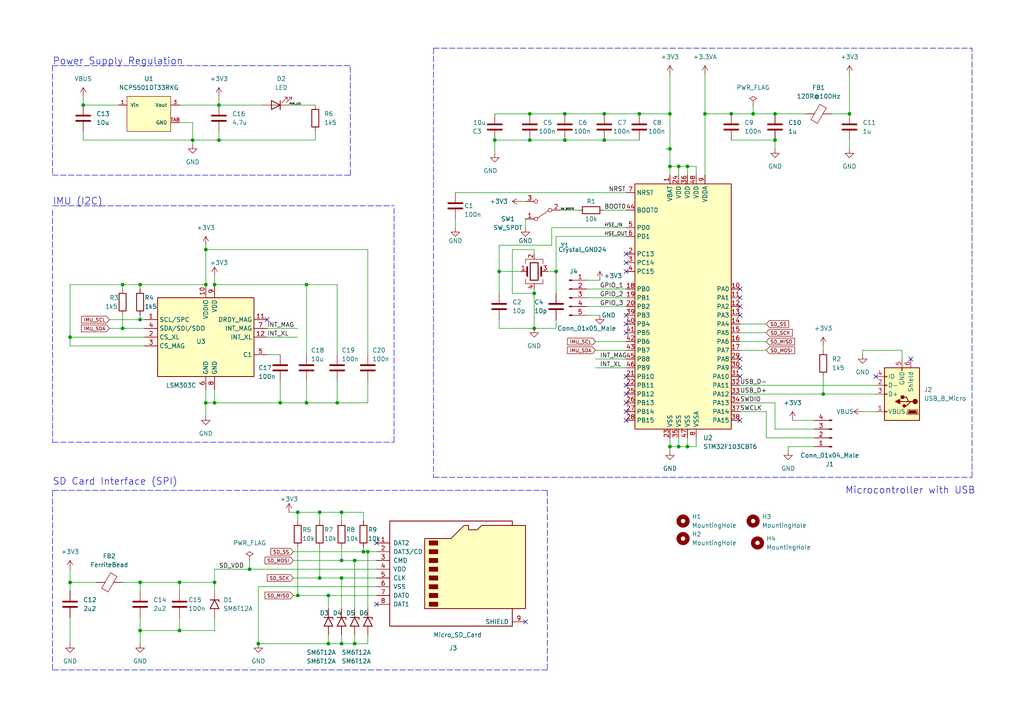
<source format=kicad_sch>
(kicad_sch (version 20211123) (generator eeschema)
  (paper "A4")
  (title_block (title "STM32 Devboard With On-Board IMU and SD Card Interface") (date "2022-03-25") (rev "0.1") (company "jesh"))
  (lib_symbols
    (symbol "3.3V_LDO_NCP5501DT33RKG:NCP5501DT33RKG" (pin_names (offset 1.016))
      (property "Reference" "U1" (at 11.43 7.62 0))
      (property "Value" "NCP5501DT33RKG" (at 11.43 5.08 0))
      (symbol "NCP5501DT33RKG_1_1"
        (pin power_in line (at 2.54 0 0) (length 2.54) (name "Vin") (number "1"))
        (pin power_out line (at 20.32 0 180) (length 2.54) (name "Vout") (number "3"))
        (pin power_in line (at 20.32 -5.08 180) (length 2.54) (name "GND") (number "TAB"))
      )
    )
    (symbol "Connector:Conn_01x04_Male" (pin_names (offset 1.016) hide)
      (property "Reference" "J" (at 0 5.08 0))
      (property "Value" "Conn_01x04_Male" (at 0 -7.62 0))
      (symbol "Conn_01x04_Male_1_1"
        (pin passive line (at 5.08 2.54 180) (length 3.81) (name "Pin_1") (number "1"))
        (pin passive line (at 5.08 0 180) (length 3.81) (name "Pin_2") (number "2"))
        (pin passive line (at 5.08 -2.54 180) (length 3.81) (name "Pin_3") (number "3"))
        (pin passive line (at 5.08 -5.08 180) (length 3.81) (name "Pin_4") (number "4"))
      )
    )
    (symbol "Connector:Conn_01x05_Male" (pin_names (offset 1.016) hide)
      (property "Reference" "J" (at 0 7.62 0))
      (property "Value" "Conn_01x05_Male" (at 0 -7.62 0))
      (symbol "Conn_01x05_Male_1_1"
        (pin passive line (at 5.08 5.08 180) (length 3.81) (name "Pin_1") (number "1"))
        (pin passive line (at 5.08 2.54 180) (length 3.81) (name "Pin_2") (number "2"))
        (pin passive line (at 5.08 0 180) (length 3.81) (name "Pin_3") (number "3"))
        (pin passive line (at 5.08 -2.54 180) (length 3.81) (name "Pin_4") (number "4"))
        (pin passive line (at 5.08 -5.08 180) (length 3.81) (name "Pin_5") (number "5"))
      )
    )
    (symbol "Connector:Micro_SD_Card" (pin_names (offset 1.016))
      (property "Reference" "J" (at -16.51 15.24 0))
      (property "Value" "Micro_SD_Card" (at 16.51 15.24 0))
      (symbol "Micro_SD_Card_1_1"
        (pin bidirectional line (at -22.86 7.62 0) (length 3.81) (name "DAT2") (number "1"))
        (pin bidirectional line (at -22.86 5.08 0) (length 3.81) (name "DAT3/CD") (number "2"))
        (pin input line (at -22.86 2.54 0) (length 3.81) (name "CMD") (number "3"))
        (pin power_in line (at -22.86 0 0) (length 3.81) (name "VDD") (number "4"))
        (pin input line (at -22.86 -2.54 0) (length 3.81) (name "CLK") (number "5"))
        (pin power_in line (at -22.86 -5.08 0) (length 3.81) (name "VSS") (number "6"))
        (pin bidirectional line (at -22.86 -7.62 0) (length 3.81) (name "DAT0") (number "7"))
        (pin bidirectional line (at -22.86 -10.16 0) (length 3.81) (name "DAT1") (number "8"))
        (pin passive line (at 20.32 -15.24 180) (length 3.81) (name "SHIELD") (number "9"))
      )
    )
    (symbol "Connector:USB_B_Micro" (pin_names (offset 1.016))
      (property "Reference" "J" (at -5.08 11.43 0))
      (property "Value" "USB_B_Micro" (at -5.08 8.89 0))
      (symbol "USB_B_Micro_1_1"
        (pin power_out line (at 7.62 5.08 180) (length 2.54) (name "VBUS") (number "1"))
        (pin bidirectional line (at 7.62 -2.54 180) (length 2.54) (name "D-") (number "2"))
        (pin bidirectional line (at 7.62 0 180) (length 2.54) (name "D+") (number "3"))
        (pin passive line (at 7.62 -5.08 180) (length 2.54) (name "ID") (number "4"))
        (pin power_out line (at 0 -10.16 90) (length 2.54) (name "GND") (number "5"))
        (pin passive line (at -2.54 -10.16 90) (length 2.54) (name "Shield") (number "6"))
      )
    )
    (symbol "Device:C" (pin_numbers hide) (pin_names (offset 0.254))
      (property "Reference" "C" (at 0.635 2.54 0))
      (property "Value" "C" (at 0.635 -2.54 0))
      (symbol "C_1_1"
        (pin passive line (at 0 3.81 270) (length 2.794) (name "~") (number "1"))
        (pin passive line (at 0 -3.81 90) (length 2.794) (name "~") (number "2"))
      )
    )
    (symbol "Device:Crystal_GND24" (pin_names (offset 1.016) hide)
      (property "Reference" "Y" (at 3.175 5.08 0))
      (property "Value" "Crystal_GND24" (at 3.175 3.175 0))
      (symbol "Crystal_GND24_1_1"
        (pin passive line (at -3.81 0 0) (length 1.27) (name "1") (number "1"))
        (pin passive line (at 0 5.08 270) (length 1.27) (name "2") (number "2"))
        (pin passive line (at 3.81 0 180) (length 1.27) (name "3") (number "3"))
        (pin passive line (at 0 -5.08 90) (length 1.27) (name "4") (number "4"))
      )
    )
    (symbol "Device:FerriteBead" (pin_numbers hide) (pin_names (offset 0))
      (property "Reference" "FB" (at -3.81 0.635 90))
      (property "Value" "FerriteBead" (at 3.81 0 90))
      (symbol "FerriteBead_1_1"
        (pin passive line (at 0 3.81 270) (length 2.54) (name "~") (number "1"))
        (pin passive line (at 0 -3.81 90) (length 2.54) (name "~") (number "2"))
      )
    )
    (symbol "Device:LED" (pin_numbers hide) (pin_names (offset 1.016) hide)
      (property "Reference" "D" (at 0 2.54 0))
      (property "Value" "LED" (at 0 -2.54 0))
      (symbol "LED_1_1"
        (pin passive line (at -3.81 0 0) (length 2.54) (name "K") (number "1"))
        (pin passive line (at 3.81 0 180) (length 2.54) (name "A") (number "2"))
      )
    )
    (symbol "Device:R" (pin_numbers hide) (pin_names (offset 0))
      (property "Reference" "R" (at 2.032 0 90))
      (property "Value" "R" (at 0 0 90))
      (symbol "R_1_1"
        (pin passive line (at 0 3.81 270) (length 1.27) (name "~") (number "1"))
        (pin passive line (at 0 -3.81 90) (length 1.27) (name "~") (number "2"))
      )
    )
    (symbol "Diode:SM6T12A" (pin_numbers hide) (pin_names (offset 1.016) hide)
      (property "Reference" "D" (at 0 2.54 0))
      (property "Value" "SM6T12A" (at 0 -2.54 0))
      (symbol "SM6T12A_1_1"
        (pin passive line (at -3.81 0 0) (length 2.54) (name "A1") (number "1"))
        (pin passive line (at 3.81 0 180) (length 2.54) (name "A2") (number "2"))
      )
    )
    (symbol "MCU_ST_STM32F1:STM32F103CBTx"
      (property "Reference" "U" (at -15.24 36.83 0))
      (property "Value" "STM32F103CBTx" (at 7.62 36.83 0))
      (symbol "STM32F103CBTx_1_1"
        (pin power_in line (at -5.08 38.1 270) (length 2.54) (name "VBAT") (number "1"))
        (pin bidirectional line (at 15.24 5.08 180) (length 2.54) (name "PA0") (number "10"))
        (pin bidirectional line (at 15.24 2.54 180) (length 2.54) (name "PA1") (number "11"))
        (pin bidirectional line (at 15.24 0 180) (length 2.54) (name "PA2") (number "12"))
        (pin bidirectional line (at 15.24 -2.54 180) (length 2.54) (name "PA3") (number "13"))
        (pin bidirectional line (at 15.24 -5.08 180) (length 2.54) (name "PA4") (number "14"))
        (pin bidirectional line (at 15.24 -7.62 180) (length 2.54) (name "PA5") (number "15"))
        (pin bidirectional line (at 15.24 -10.16 180) (length 2.54) (name "PA6") (number "16"))
        (pin bidirectional line (at 15.24 -12.7 180) (length 2.54) (name "PA7") (number "17"))
        (pin bidirectional line (at -17.78 5.08 0) (length 2.54) (name "PB0") (number "18"))
        (pin bidirectional line (at -17.78 2.54 0) (length 2.54) (name "PB1") (number "19"))
        (pin bidirectional line (at -17.78 15.24 0) (length 2.54) (name "PC13") (number "2"))
        (pin bidirectional line (at -17.78 0 0) (length 2.54) (name "PB2") (number "20"))
        (pin bidirectional line (at -17.78 -20.32 0) (length 2.54) (name "PB10") (number "21"))
        (pin bidirectional line (at -17.78 -22.86 0) (length 2.54) (name "PB11") (number "22"))
        (pin power_in line (at -5.08 -38.1 90) (length 2.54) (name "VSS") (number "23"))
        (pin power_in line (at -2.54 38.1 270) (length 2.54) (name "VDD") (number "24"))
        (pin bidirectional line (at -17.78 -25.4 0) (length 2.54) (name "PB12") (number "25"))
        (pin bidirectional line (at -17.78 -27.94 0) (length 2.54) (name "PB13") (number "26"))
        (pin bidirectional line (at -17.78 -30.48 0) (length 2.54) (name "PB14") (number "27"))
        (pin bidirectional line (at -17.78 -33.02 0) (length 2.54) (name "PB15") (number "28"))
        (pin bidirectional line (at 15.24 -15.24 180) (length 2.54) (name "PA8") (number "29"))
        (pin bidirectional line (at -17.78 12.7 0) (length 2.54) (name "PC14") (number "3"))
        (pin bidirectional line (at 15.24 -17.78 180) (length 2.54) (name "PA9") (number "30"))
        (pin bidirectional line (at 15.24 -20.32 180) (length 2.54) (name "PA10") (number "31"))
        (pin bidirectional line (at 15.24 -22.86 180) (length 2.54) (name "PA11") (number "32"))
        (pin bidirectional line (at 15.24 -25.4 180) (length 2.54) (name "PA12") (number "33"))
        (pin bidirectional line (at 15.24 -27.94 180) (length 2.54) (name "PA13") (number "34"))
        (pin power_in line (at -2.54 -38.1 90) (length 2.54) (name "VSS") (number "35"))
        (pin power_in line (at 0 38.1 270) (length 2.54) (name "VDD") (number "36"))
        (pin bidirectional line (at 15.24 -30.48 180) (length 2.54) (name "PA14") (number "37"))
        (pin bidirectional line (at 15.24 -33.02 180) (length 2.54) (name "PA15") (number "38"))
        (pin bidirectional line (at -17.78 -2.54 0) (length 2.54) (name "PB3") (number "39"))
        (pin bidirectional line (at -17.78 10.16 0) (length 2.54) (name "PC15") (number "4"))
        (pin bidirectional line (at -17.78 -5.08 0) (length 2.54) (name "PB4") (number "40"))
        (pin bidirectional line (at -17.78 -7.62 0) (length 2.54) (name "PB5") (number "41"))
        (pin bidirectional line (at -17.78 -10.16 0) (length 2.54) (name "PB6") (number "42"))
        (pin bidirectional line (at -17.78 -12.7 0) (length 2.54) (name "PB7") (number "43"))
        (pin input line (at -17.78 27.94 0) (length 2.54) (name "BOOT0") (number "44"))
        (pin bidirectional line (at -17.78 -15.24 0) (length 2.54) (name "PB8") (number "45"))
        (pin bidirectional line (at -17.78 -17.78 0) (length 2.54) (name "PB9") (number "46"))
        (pin power_in line (at 0 -38.1 90) (length 2.54) (name "VSS") (number "47"))
        (pin power_in line (at 2.54 38.1 270) (length 2.54) (name "VDD") (number "48"))
        (pin input line (at -17.78 22.86 0) (length 2.54) (name "PD0") (number "5"))
        (pin input line (at -17.78 20.32 0) (length 2.54) (name "PD1") (number "6"))
        (pin input line (at -17.78 33.02 0) (length 2.54) (name "NRST") (number "7"))
        (pin power_in line (at 2.54 -38.1 90) (length 2.54) (name "VSSA") (number "8"))
        (pin power_in line (at 5.08 38.1 270) (length 2.54) (name "VDDA") (number "9"))
      )
    )
    (symbol "Mechanical:MountingHole" (pin_names (offset 1.016))
      (property "Reference" "H" (at 0 5.08 0))
      (property "Value" "MountingHole" (at 0 3.175 0))
    )
    (symbol "Sensor_Motion:LSM303C"
      (property "Reference" "U" (at -11.43 15.24 0))
      (property "Value" "LSM303C" (at -5.08 13.97 0))
      (symbol "LSM303C_1_1"
        (pin output line (at -17.78 5.08 0) (length 3.81) (name "SCL/SPC") (number "1"))
        (pin power_in line (at 0 15.24 270) (length 3.81) (name "VDDIO") (number "10"))
        (pin output line (at 17.78 5.08 180) (length 3.81) (name "DRDY_MAG") (number "11"))
        (pin output line (at 17.78 0 180) (length 3.81) (name "INT_XL") (number "12"))
        (pin input line (at -17.78 0 0) (length 3.81) (name "CS_XL") (number "2"))
        (pin input line (at -17.78 -2.54 0) (length 3.81) (name "CS_MAG") (number "3"))
        (pin bidirectional line (at -17.78 2.54 0) (length 3.81) (name "SDA/SDI/SDO") (number "4"))
        (pin passive line (at 17.78 -5.08 180) (length 3.81) (name "C1") (number "5"))
        (pin power_in line (at 0 -15.24 90) (length 3.81) (name "GND") (number "6"))
        (pin output line (at 17.78 2.54 180) (length 3.81) (name "INT_MAG") (number "7"))
        (pin power_in line (at 2.54 -15.24 90) (length 3.81) (name "GND") (number "8"))
        (pin power_in line (at 2.54 15.24 270) (length 3.81) (name "VDD") (number "9"))
      )
    )
    (symbol "Switch:SW_SPDT" (pin_names (offset 0) hide)
      (property "Reference" "SW" (at 0 4.318 0))
      (property "Value" "SW_SPDT" (at 0 -5.08 0))
      (symbol "SW_SPDT_1_1"
        (pin passive line (at 5.08 2.54 180) (length 2.54) (name "A") (number "1"))
        (pin passive line (at -5.08 0 0) (length 2.54) (name "B") (number "2"))
        (pin passive line (at 5.08 -2.54 180) (length 2.54) (name "C") (number "3"))
      )
    )
    (symbol "power:+3.3V" (power) (pin_names (offset 0))
      (property "Value" "+3.3V" (at 0 3.556 0))
      (symbol "+3.3V_1_1"
        (pin power_in line (at 0 0 90) (length 0) hide (name "+3V3") (number "1"))
      )
    )
    (symbol "power:+3.3VA" (power) (pin_names (offset 0))
      (property "Value" "+3.3VA" (at 0 3.556 0))
      (symbol "+3.3VA_1_1"
        (pin power_in line (at 0 0 90) (length 0) hide (name "+3.3VA") (number "1"))
      )
    )
    (symbol "power:GND" (power) (pin_names (offset 0))
      (property "Value" "GND" (at 0 -3.81 0))
      (symbol "GND_1_1"
        (pin power_in line (at 0 0 270) (length 0) hide (name "GND") (number "1"))
      )
    )
    (symbol "power:PWR_FLAG" (power) (pin_numbers hide) (pin_names (offset 0) hide)
      (property "Value" "PWR_FLAG" (at 0 3.81 0))
      (symbol "PWR_FLAG_0_0"
        (pin power_out line (at 0 0 90) (length 0) (name "pwr") (number "1"))
      )
    )
    (symbol "power:VBUS" (power) (pin_names (offset 0))
      (property "Value" "VBUS" (at 0 3.81 0))
      (symbol "VBUS_1_1"
        (pin power_in line (at 0 0 90) (length 0) hide (name "VBUS") (number "1"))
      )
    )
  )
  (junction (at 20.32 168.91))
  (junction (at 238.76 114.3))
  (junction (at 204.47 33.02))
  (junction (at 59.69 72.39))
  (junction (at 194.31 43.18))
  (junction (at 196.85 48.26))
  (junction (at 143.51 40.64))
  (junction (at 62.23 82.55))
  (junction (at 88.9 82.55))
  (junction (at 154.94 95.25))
  (junction (at 97.79 116.84))
  (junction (at 63.5 40.64))
  (junction (at 59.69 116.84))
  (junction (at 224.79 40.64))
  (junction (at 102.87 186.69))
  (junction (at 40.64 92.71))
  (junction (at 153.67 40.64))
  (junction (at 40.64 182.88))
  (junction (at 185.42 33.02))
  (junction (at 63.5 30.48))
  (junction (at 161.29 78.74))
  (junction (at 99.06 148.59))
  (junction (at 92.71 167.64))
  (junction (at 40.64 168.91))
  (junction (at 106.68 160.02))
  (junction (at 212.09 33.02))
  (junction (at 196.85 129.54))
  (junction (at 105.41 160.02))
  (junction (at 88.9 116.84))
  (junction (at 246.38 33.02))
  (junction (at 20.32 97.79))
  (junction (at 154.94 85.09))
  (junction (at 40.64 82.55))
  (junction (at 95.25 172.72))
  (junction (at 194.31 48.26))
  (junction (at 163.83 33.02))
  (junction (at 72.39 165.1))
  (junction (at 52.07 182.88))
  (junction (at 224.79 33.02))
  (junction (at 194.31 129.54))
  (junction (at 102.87 162.56))
  (junction (at 55.88 40.64))
  (junction (at 153.67 33.02))
  (junction (at 52.07 168.91))
  (junction (at 24.13 30.48))
  (junction (at 74.93 186.69))
  (junction (at 175.26 40.64))
  (junction (at 86.36 148.59))
  (junction (at 99.06 167.64))
  (junction (at 35.56 82.55))
  (junction (at 86.36 172.72))
  (junction (at 35.56 95.25))
  (junction (at 99.06 186.69))
  (junction (at 81.28 116.84))
  (junction (at 62.23 116.84))
  (junction (at 99.06 162.56))
  (junction (at 62.23 168.91))
  (junction (at 194.31 33.02))
  (junction (at 218.44 33.02))
  (junction (at 175.26 33.02))
  (junction (at 59.69 82.55))
  (junction (at 95.25 186.69))
  (junction (at 163.83 40.64))
  (junction (at 199.39 48.26))
  (junction (at 144.78 78.74))
  (junction (at 92.71 148.59))
  (junction (at 199.39 129.54))
  (no_connect (at 181.61 111.76))
  (no_connect (at 181.61 76.2))
  (no_connect (at 181.61 91.44))
  (no_connect (at 152.4 180.34))
  (no_connect (at 214.63 86.36))
  (no_connect (at 181.61 73.66))
  (no_connect (at 181.61 78.74))
  (no_connect (at 214.63 83.82))
  (no_connect (at 181.61 93.98))
  (no_connect (at 214.63 91.44))
  (no_connect (at 181.61 121.92))
  (no_connect (at 181.61 114.3))
  (no_connect (at 77.47 92.71))
  (no_connect (at 181.61 116.84))
  (no_connect (at 214.63 106.68))
  (no_connect (at 181.61 96.52))
  (no_connect (at 181.61 119.38))
  (no_connect (at 181.61 109.22))
  (no_connect (at 254 109.22))
  (no_connect (at 214.63 109.22))
  (no_connect (at 109.22 175.26))
  (no_connect (at 214.63 88.9))
  (no_connect (at 214.63 121.92))
  (no_connect (at 214.63 104.14))
  (no_connect (at 264.16 104.14))
  (no_connect (at 109.22 157.48))
  (wire (pts (xy 161.29 85.09) (xy 161.29 78.74)))
  (wire (pts (xy 59.69 72.39) (xy 106.68 72.39)))
  (wire (pts (xy 154.94 85.09) (xy 154.94 83.82)))
  (polyline (pts (xy 158.75 194.31) (xy 15.24 194.31)))
  (wire (pts (xy 152.4 58.42) (xy 151.13 58.42)))
  (wire (pts (xy 132.08 55.88) (xy 181.61 55.88)))
  (wire (pts (xy 62.23 168.91) (xy 62.23 165.1)))
  (wire (pts (xy 40.64 82.55) (xy 40.64 83.82)))
  (wire (pts (xy 222.25 127) (xy 222.25 119.38)))
  (wire (pts (xy 24.13 38.1) (xy 24.13 40.64)))
  (wire (pts (xy 102.87 162.56) (xy 109.22 162.56)))
  (wire (pts (xy 88.9 82.55) (xy 97.79 82.55)))
  (wire (pts (xy 105.41 151.13) (xy 105.41 148.59)))
  (wire (pts (xy 163.83 33.02) (xy 175.26 33.02)))
  (wire (pts (xy 86.36 148.59) (xy 86.36 151.13)))
  (wire (pts (xy 224.79 33.02) (xy 233.68 33.02)))
  (wire (pts (xy 160.02 66.04) (xy 160.02 71.12)))
  (wire (pts (xy 20.32 97.79) (xy 20.32 82.55)))
  (wire (pts (xy 175.26 40.64) (xy 185.42 40.64)))
  (wire (pts (xy 158.75 78.74) (xy 161.29 78.74)))
  (wire (pts (xy 105.41 160.02) (xy 106.68 160.02)))
  (wire (pts (xy 212.09 33.02) (xy 218.44 33.02)))
  (polyline (pts (xy 158.75 142.24) (xy 158.75 194.31)))
  (wire (pts (xy 214.63 96.52) (xy 222.25 96.52)))
  (wire (pts (xy 154.94 85.09) (xy 154.94 95.25)))
  (wire (pts (xy 95.25 172.72) (xy 109.22 172.72)))
  (wire (pts (xy 175.26 33.02) (xy 185.42 33.02)))
  (wire (pts (xy 153.67 33.02) (xy 163.83 33.02)))
  (wire (pts (xy 59.69 71.12) (xy 59.69 72.39)))
  (wire (pts (xy 77.47 97.79) (xy 86.36 97.79)))
  (wire (pts (xy 83.82 30.48) (xy 91.44 30.48)))
  (wire (pts (xy 106.68 186.69) (xy 102.87 186.69)))
  (wire (pts (xy 91.44 40.64) (xy 63.5 40.64)))
  (wire (pts (xy 250.19 119.38) (xy 254 119.38)))
  (wire (pts (xy 228.6 129.54) (xy 228.6 130.81)))
  (wire (pts (xy 228.6 129.54) (xy 236.22 129.54)))
  (wire (pts (xy 35.56 168.91) (xy 40.64 168.91)))
  (wire (pts (xy 40.64 168.91) (xy 52.07 168.91)))
  (wire (pts (xy 72.39 165.1) (xy 109.22 165.1)))
  (wire (pts (xy 199.39 127) (xy 199.39 129.54)))
  (wire (pts (xy 81.28 116.84) (xy 62.23 116.84)))
  (wire (pts (xy 214.63 93.98) (xy 222.25 93.98)))
  (wire (pts (xy 52.07 168.91) (xy 52.07 171.45)))
  (wire (pts (xy 196.85 129.54) (xy 194.31 129.54)))
  (wire (pts (xy 85.09 172.72) (xy 86.36 172.72)))
  (wire (pts (xy 172.72 104.14) (xy 181.61 104.14)))
  (wire (pts (xy 52.07 179.07) (xy 52.07 182.88)))
  (wire (pts (xy 236.22 127) (xy 222.25 127)))
  (wire (pts (xy 55.88 40.64) (xy 63.5 40.64)))
  (wire (pts (xy 218.44 33.02) (xy 224.79 33.02)))
  (wire (pts (xy 77.47 95.25) (xy 86.36 95.25)))
  (wire (pts (xy 99.06 176.53) (xy 99.06 167.64)))
  (wire (pts (xy 62.23 168.91) (xy 62.23 171.45)))
  (wire (pts (xy 144.78 95.25) (xy 154.94 95.25)))
  (wire (pts (xy 181.61 66.04) (xy 160.02 66.04)))
  (wire (pts (xy 20.32 168.91) (xy 20.32 171.45)))
  (wire (pts (xy 52.07 168.91) (xy 62.23 168.91)))
  (wire (pts (xy 40.64 82.55) (xy 59.69 82.55)))
  (wire (pts (xy 214.63 114.3) (xy 238.76 114.3)))
  (polyline (pts (xy 15.24 19.05) (xy 15.24 50.8)))
  (wire (pts (xy 144.78 71.12) (xy 144.78 78.74)))
  (wire (pts (xy 62.23 182.88) (xy 52.07 182.88)))
  (wire (pts (xy 92.71 148.59) (xy 92.71 151.13)))
  (wire (pts (xy 194.31 43.18) (xy 194.31 48.26)))
  (wire (pts (xy 160.02 71.12) (xy 144.78 71.12)))
  (wire (pts (xy 20.32 97.79) (xy 41.91 97.79)))
  (wire (pts (xy 153.67 40.64) (xy 163.83 40.64)))
  (wire (pts (xy 199.39 129.54) (xy 196.85 129.54)))
  (wire (pts (xy 144.78 95.25) (xy 144.78 92.71)))
  (wire (pts (xy 99.06 148.59) (xy 99.06 151.13)))
  (wire (pts (xy 199.39 48.26) (xy 199.39 50.8)))
  (polyline (pts (xy 15.24 19.05) (xy 101.6 19.05)))
  (wire (pts (xy 199.39 48.26) (xy 201.93 48.26)))
  (wire (pts (xy 152.4 63.5) (xy 152.4 66.04)))
  (wire (pts (xy 99.06 186.69) (xy 102.87 186.69)))
  (wire (pts (xy 59.69 113.03) (xy 59.69 116.84)))
  (wire (pts (xy 148.59 72.39) (xy 148.59 85.09)))
  (wire (pts (xy 72.39 162.56) (xy 72.39 165.1)))
  (wire (pts (xy 204.47 21.59) (xy 204.47 33.02)))
  (polyline (pts (xy 125.73 13.97) (xy 281.94 13.97)))
  (wire (pts (xy 214.63 101.6) (xy 222.25 101.6)))
  (wire (pts (xy 201.93 129.54) (xy 199.39 129.54)))
  (wire (pts (xy 193.04 43.18) (xy 194.31 43.18)))
  (wire (pts (xy 41.91 100.33) (xy 20.32 100.33)))
  (wire (pts (xy 20.32 168.91) (xy 27.94 168.91)))
  (wire (pts (xy 241.3 33.02) (xy 246.38 33.02)))
  (wire (pts (xy 172.72 106.68) (xy 181.61 106.68)))
  (wire (pts (xy 35.56 91.44) (xy 35.56 95.25)))
  (wire (pts (xy 106.68 72.39) (xy 106.68 102.87)))
  (wire (pts (xy 148.59 85.09) (xy 154.94 85.09)))
  (wire (pts (xy 52.07 35.56) (xy 55.88 35.56)))
  (wire (pts (xy 261.62 101.6) (xy 261.62 104.14)))
  (wire (pts (xy 194.31 48.26) (xy 194.31 50.8)))
  (wire (pts (xy 20.32 179.07) (xy 20.32 186.69)))
  (wire (pts (xy 63.5 30.48) (xy 76.2 30.48)))
  (wire (pts (xy 201.93 127) (xy 201.93 129.54)))
  (polyline (pts (xy 15.24 194.31) (xy 15.24 143.51)))
  (wire (pts (xy 102.87 162.56) (xy 102.87 176.53)))
  (wire (pts (xy 52.07 182.88) (xy 40.64 182.88)))
  (wire (pts (xy 196.85 50.8) (xy 196.85 48.26)))
  (wire (pts (xy 224.79 124.46) (xy 224.79 116.84)))
  (polyline (pts (xy 158.75 142.24) (xy 15.24 142.24)))
  (polyline (pts (xy 15.24 142.24) (xy 15.24 143.51)))
  (wire (pts (xy 144.78 78.74) (xy 151.13 78.74)))
  (wire (pts (xy 35.56 82.55) (xy 40.64 82.55)))
  (wire (pts (xy 85.09 167.64) (xy 92.71 167.64)))
  (wire (pts (xy 224.79 116.84) (xy 214.63 116.84)))
  (wire (pts (xy 20.32 165.1) (xy 20.32 168.91)))
  (polyline (pts (xy 125.73 138.43) (xy 281.94 138.43)))
  (wire (pts (xy 62.23 179.07) (xy 62.23 182.88)))
  (wire (pts (xy 154.94 73.66) (xy 154.94 72.39)))
  (wire (pts (xy 24.13 27.94) (xy 24.13 30.48)))
  (wire (pts (xy 175.26 60.96) (xy 181.61 60.96)))
  (wire (pts (xy 31.75 92.71) (xy 40.64 92.71)))
  (wire (pts (xy 172.72 99.06) (xy 181.61 99.06)))
  (wire (pts (xy 102.87 184.15) (xy 102.87 186.69)))
  (wire (pts (xy 88.9 110.49) (xy 88.9 116.84)))
  (wire (pts (xy 99.06 184.15) (xy 99.06 186.69)))
  (wire (pts (xy 144.78 78.74) (xy 144.78 85.09)))
  (wire (pts (xy 236.22 124.46) (xy 224.79 124.46)))
  (wire (pts (xy 52.07 30.48) (xy 63.5 30.48)))
  (wire (pts (xy 88.9 82.55) (xy 88.9 102.87)))
  (wire (pts (xy 20.32 82.55) (xy 35.56 82.55)))
  (wire (pts (xy 224.79 40.64) (xy 224.79 43.18)))
  (wire (pts (xy 85.09 160.02) (xy 105.41 160.02)))
  (wire (pts (xy 83.82 148.59) (xy 86.36 148.59)))
  (wire (pts (xy 59.69 72.39) (xy 59.69 82.55)))
  (wire (pts (xy 143.51 33.02) (xy 153.67 33.02)))
  (wire (pts (xy 24.13 30.48) (xy 34.29 30.48)))
  (wire (pts (xy 95.25 172.72) (xy 95.25 176.53)))
  (wire (pts (xy 106.68 116.84) (xy 97.79 116.84)))
  (wire (pts (xy 40.64 92.71) (xy 41.91 92.71)))
  (wire (pts (xy 63.5 40.64) (xy 63.5 38.1)))
  (wire (pts (xy 250.19 101.6) (xy 261.62 101.6)))
  (wire (pts (xy 95.25 186.69) (xy 99.06 186.69)))
  (wire (pts (xy 143.51 40.64) (xy 143.51 44.45)))
  (wire (pts (xy 238.76 100.33) (xy 238.76 101.6)))
  (polyline (pts (xy 281.94 138.43) (xy 281.94 13.97)))
  (wire (pts (xy 194.31 33.02) (xy 194.31 43.18)))
  (wire (pts (xy 74.93 170.18) (xy 74.93 186.69)))
  (wire (pts (xy 88.9 116.84) (xy 81.28 116.84)))
  (wire (pts (xy 170.18 88.9) (xy 181.61 88.9)))
  (wire (pts (xy 162.56 60.96) (xy 167.64 60.96)))
  (wire (pts (xy 62.23 113.03) (xy 62.23 116.84)))
  (wire (pts (xy 194.31 129.54) (xy 194.31 130.81)))
  (wire (pts (xy 95.25 184.15) (xy 95.25 186.69)))
  (wire (pts (xy 194.31 21.59) (xy 194.31 33.02)))
  (wire (pts (xy 222.25 119.38) (xy 214.63 119.38)))
  (wire (pts (xy 196.85 48.26) (xy 194.31 48.26)))
  (wire (pts (xy 55.88 40.64) (xy 55.88 41.91)))
  (polyline (pts (xy 125.73 13.97) (xy 125.73 138.43)))
  (polyline (pts (xy 15.24 128.27) (xy 114.3 128.27)))
  (wire (pts (xy 212.09 40.64) (xy 224.79 40.64)))
  (wire (pts (xy 105.41 148.59) (xy 99.06 148.59)))
  (wire (pts (xy 238.76 109.22) (xy 238.76 114.3)))
  (wire (pts (xy 132.08 63.5) (xy 132.08 66.04)))
  (wire (pts (xy 106.68 160.02) (xy 106.68 176.53)))
  (wire (pts (xy 35.56 82.55) (xy 35.56 83.82)))
  (wire (pts (xy 63.5 27.94) (xy 63.5 30.48)))
  (wire (pts (xy 204.47 50.8) (xy 204.47 33.02)))
  (wire (pts (xy 62.23 116.84) (xy 59.69 116.84)))
  (wire (pts (xy 92.71 158.75) (xy 92.71 167.64)))
  (wire (pts (xy 62.23 80.01) (xy 62.23 82.55)))
  (wire (pts (xy 99.06 158.75) (xy 99.06 162.56)))
  (wire (pts (xy 246.38 21.59) (xy 246.38 33.02)))
  (wire (pts (xy 62.23 82.55) (xy 88.9 82.55)))
  (polyline (pts (xy 15.24 50.8) (xy 101.6 50.8)))
  (wire (pts (xy 91.44 38.1) (xy 91.44 40.64)))
  (wire (pts (xy 86.36 172.72) (xy 95.25 172.72)))
  (wire (pts (xy 163.83 40.64) (xy 175.26 40.64)))
  (wire (pts (xy 106.68 184.15) (xy 106.68 186.69)))
  (wire (pts (xy 88.9 116.84) (xy 97.79 116.84)))
  (wire (pts (xy 40.64 168.91) (xy 40.64 171.45)))
  (wire (pts (xy 97.79 110.49) (xy 97.79 116.84)))
  (wire (pts (xy 172.72 101.6) (xy 181.61 101.6)))
  (wire (pts (xy 236.22 121.92) (xy 229.87 121.92)))
  (wire (pts (xy 154.94 95.25) (xy 161.29 95.25)))
  (wire (pts (xy 99.06 167.64) (xy 109.22 167.64)))
  (wire (pts (xy 35.56 95.25) (xy 41.91 95.25)))
  (wire (pts (xy 170.18 83.82) (xy 181.61 83.82)))
  (wire (pts (xy 214.63 99.06) (xy 222.25 99.06)))
  (wire (pts (xy 218.44 30.48) (xy 218.44 33.02)))
  (wire (pts (xy 62.23 165.1) (xy 72.39 165.1)))
  (wire (pts (xy 250.19 102.87) (xy 250.19 101.6)))
  (polyline (pts (xy 15.24 59.69) (xy 114.3 59.69)))
  (wire (pts (xy 59.69 116.84) (xy 59.69 120.65)))
  (wire (pts (xy 74.93 170.18) (xy 109.22 170.18)))
  (wire (pts (xy 238.76 114.3) (xy 254 114.3)))
  (wire (pts (xy 201.93 50.8) (xy 201.93 48.26)))
  (wire (pts (xy 196.85 127) (xy 196.85 129.54)))
  (wire (pts (xy 92.71 167.64) (xy 99.06 167.64)))
  (wire (pts (xy 185.42 33.02) (xy 194.31 33.02)))
  (wire (pts (xy 97.79 82.55) (xy 97.79 102.87)))
  (wire (pts (xy 92.71 148.59) (xy 99.06 148.59)))
  (wire (pts (xy 161.29 68.58) (xy 181.61 68.58)))
  (wire (pts (xy 86.36 158.75) (xy 86.36 172.72)))
  (polyline (pts (xy 15.24 60.96) (xy 15.24 128.27)))
  (wire (pts (xy 106.68 110.49) (xy 106.68 116.84)))
  (wire (pts (xy 77.47 102.87) (xy 81.28 102.87)))
  (wire (pts (xy 40.64 182.88) (xy 40.64 186.69)))
  (wire (pts (xy 24.13 40.64) (xy 55.88 40.64)))
  (wire (pts (xy 20.32 100.33) (xy 20.32 97.79)))
  (wire (pts (xy 105.41 158.75) (xy 105.41 160.02)))
  (wire (pts (xy 170.18 91.44) (xy 173.99 91.44)))
  (polyline (pts (xy 114.3 128.27) (xy 114.3 59.69)))
  (wire (pts (xy 40.64 179.07) (xy 40.64 182.88)))
  (wire (pts (xy 106.68 160.02) (xy 109.22 160.02)))
  (wire (pts (xy 204.47 33.02) (xy 212.09 33.02)))
  (wire (pts (xy 40.64 91.44) (xy 40.64 92.71)))
  (wire (pts (xy 31.75 95.25) (xy 35.56 95.25)))
  (wire (pts (xy 74.93 186.69) (xy 95.25 186.69)))
  (wire (pts (xy 214.63 111.76) (xy 254 111.76)))
  (wire (pts (xy 143.51 40.64) (xy 153.67 40.64)))
  (wire (pts (xy 161.29 95.25) (xy 161.29 92.71)))
  (wire (pts (xy 246.38 40.64) (xy 246.38 43.18)))
  (wire (pts (xy 170.18 81.28) (xy 173.99 81.28)))
  (polyline (pts (xy 101.6 50.8) (xy 101.6 19.05)))
  (wire (pts (xy 196.85 48.26) (xy 199.39 48.26)))
  (wire (pts (xy 55.88 35.56) (xy 55.88 40.64)))
  (wire (pts (xy 81.28 110.49) (xy 81.28 116.84)))
  (wire (pts (xy 194.31 127) (xy 194.31 129.54)))
  (wire (pts (xy 86.36 148.59) (xy 92.71 148.59)))
  (wire (pts (xy 161.29 78.74) (xy 161.29 68.58)))
  (wire (pts (xy 154.94 72.39) (xy 148.59 72.39)))
  (wire (pts (xy 170.18 86.36) (xy 181.61 86.36)))
  (wire (pts (xy 85.09 162.56) (xy 99.06 162.56)))
  (wire (pts (xy 99.06 162.56) (xy 102.87 162.56)))
  (text "Microcontroller with USB" (at 245.11 143.51 0) (effects (font (size 2 2)) (justify left bottom)))
  (text "Power Supply Regulation" (at 15.24 19.05 0) (effects (font (size 2 2)) (justify left bottom)))
  (text "IMU (I2C)" (at 15.24 59.69 0) (effects (font (size 2 2)) (justify left bottom)))
  (text "SD Card Interface (SPI)" (at 15.24 140.97 0) (effects (font (size 2 2)) (justify left bottom)))
  (label "SWDIO" (at 214.63 116.84 0))
  (label "INT_XL" (at 173.99 106.68 0))
  (label "HSE_OUT" (at 175.26 68.58 0) (effects (font (size 1 1))))
  (label "SWCLK" (at 214.63 119.38 0))
  (label "GPIO_1" (at 173.99 83.82 0))
  (label "INT_XL" (at 77.47 97.79 0))
  (label "NRST" (at 176.53 55.88 0))
  (label "SD_VDD" (at 63.5 165.1 0))
  (label "GPIO_3" (at 173.99 88.9 0))
  (label "PWR_LED" (at 83.82 30.48 0) (effects (font (size 0.5 0.5))))
  (label "INT_MAG" (at 173.99 104.14 0))
  (label "INT_MAG" (at 77.47 95.25 0))
  (label "BOOT0" (at 175.26 60.96 0))
  (label "USB_D+" (at 214.63 114.3 0))
  (label "HSE_IN" (at 175.26 66.04 0) (effects (font (size 1 1))))
  (label "USB_D-" (at 214.63 111.76 0))
  (label "SW_BOOT0" (at 162.56 60.96 0) (effects (font (size 0.5 0.5))))
  (label "GPIO_2" (at 173.99 86.36 0))
  (global_label "SD_MOSI" (shape input) (at 85.09 162.56 180) (effects (font (size 1 1))) (property "Intersheet References" "${INTERSHEET_REFS}" (effects hide)))
  (global_label "SD_MISO" (shape input) (at 222.25 99.06 0) (effects (font (size 1 1))) (property "Intersheet References" "${INTERSHEET_REFS}" (effects hide)))
  (global_label "SD_SCK" (shape input) (at 222.25 96.52 0) (effects (font (size 1 1))) (property "Intersheet References" "${INTERSHEET_REFS}" (effects hide)))
  (global_label "IMU_SDA" (shape input) (at 172.72 101.6 180) (effects (font (size 1 1))) (property "Intersheet References" "${INTERSHEET_REFS}" (effects hide)))
  (global_label "IMU_SDA" (shape input) (at 31.75 95.25 180) (effects (font (size 1 1))) (property "Intersheet References" "${INTERSHEET_REFS}" (effects hide)))
  (global_label "SD_MOSI" (shape input) (at 222.25 101.6 0) (effects (font (size 1 1))) (property "Intersheet References" "${INTERSHEET_REFS}" (effects hide)))
  (global_label "SD_SCK" (shape input) (at 85.09 167.64 180) (effects (font (size 1 1))) (property "Intersheet References" "${INTERSHEET_REFS}" (effects hide)))
  (global_label "SD_SS" (shape input) (at 85.09 160.02 180) (effects (font (size 1 1))) (property "Intersheet References" "${INTERSHEET_REFS}" (effects hide)))
  (global_label "IMU_SCL" (shape input) (at 31.75 92.71 180) (effects (font (size 1 1))) (property "Intersheet References" "${INTERSHEET_REFS}" (effects hide)))
  (global_label "SD_MISO" (shape input) (at 85.09 172.72 180) (effects (font (size 1 1))) (property "Intersheet References" "${INTERSHEET_REFS}" (effects hide)))
  (global_label "IMU_SCL" (shape input) (at 172.72 99.06 180) (effects (font (size 1 1))) (property "Intersheet References" "${INTERSHEET_REFS}" (effects hide)))
  (global_label "SD_SS" (shape input) (at 222.25 93.98 0) (effects (font (size 1 1))) (property "Intersheet References" "${INTERSHEET_REFS}" (effects hide)))
  (symbol (lib_id "power:+3.3V") (at 173.99 81.28 0) (unit 1)
    (property "Reference" "#PWR0117" (effects hide))
    (property "Value" "+3.3V" (at 177.8 80.01 0))
  )
  (symbol (lib_id "power:+3.3V") (at 229.87 121.92 0) (unit 1)
    (property "Reference" "#PWR0108" (effects hide))
    (property "Value" "+3.3V" (at 229.87 116.84 0))
  )
  (symbol (lib_id "Device:R") (at 35.56 87.63 0) (unit 1)
    (property "Reference" "R3" (at 31.75 86.36 0) (effects (justify left)))
    (property "Value" "1k5" (at 30.48 88.9 0) (effects (justify left)))
    (property "Footprint" "Resistor_SMD:R_0402_1005Metric" (effects hide))
  )
  (symbol (lib_id "power:GND") (at 40.64 186.69 0) (unit 1)
    (property "Reference" "#PWR04" (effects hide))
    (property "Value" "GND" (at 40.64 191.77 0))
  )
  (symbol (lib_id "power:PWR_FLAG") (at 72.39 162.56 0) (unit 1)
    (property "Reference" "#FLG0101" (effects hide))
    (property "Value" "PWR_FLAG" (at 72.39 157.48 0))
  )
  (symbol (lib_id "power:+3.3V") (at 246.38 21.59 0) (unit 1)
    (property "Reference" "#PWR0105" (effects hide))
    (property "Value" "+3.3V" (at 246.38 16.51 0))
  )
  (symbol (lib_id "MCU_ST_STM32F1:STM32F103CBTx") (at 199.39 88.9 0) (unit 1)
    (property "Reference" "U2" (at 203.9494 127 0) (effects (justify left)))
    (property "Value" "STM32F103CBT6" (at 203.9494 129.54 0) (effects (justify left)))
    (property "Footprint" "Package_QFP:LQFP-48_7x7mm_P0.5mm" (effects hide))
    (property "Datasheet" "http://www.st.com/st-web-ui/static/active/en/resource/technical/document/datasheet/CD00161566.pdf" (effects hide))
  )
  (symbol (lib_id "Device:R") (at 99.06 154.94 0) (unit 1)
    (property "Reference" "R8" (at 100.33 153.67 0) (effects (justify left)))
    (property "Value" "10k" (at 100.33 156.21 0) (effects (justify left)))
    (property "Footprint" "Resistor_SMD:R_0402_1005Metric" (effects hide))
  )
  (symbol (lib_id "power:GND") (at 74.93 186.69 0) (unit 1)
    (property "Reference" "#PWR010" (effects hide))
    (property "Value" "GND" (at 74.93 191.77 0))
  )
  (symbol (lib_id "Device:C") (at 52.07 175.26 0) (unit 1)
    (property "Reference" "C15" (at 54.61 173.99 0) (effects (justify left)))
    (property "Value" "100n" (at 54.61 176.53 0) (effects (justify left)))
    (property "Footprint" "Capacitor_SMD:C_0402_1005Metric" (effects hide))
  )
  (symbol (lib_id "Switch:SW_SPDT") (at 157.48 60.96 180) (unit 1)
    (property "Reference" "SW1" (at 147.32 63.5 0))
    (property "Value" "SW_SPDT" (at 147.32 66.04 0))
    (property "Footprint" "Button_Switch_SMD:SW_SPDT_PCM12" (effects hide))
  )
  (symbol (lib_id "Device:C") (at 63.5 34.29 0) (unit 1)
    (property "Reference" "C16" (at 67.31 33.0199 0) (effects (justify left)))
    (property "Value" "4.7u" (at 67.31 35.5599 0) (effects (justify left)))
    (property "Footprint" "Capacitor_SMD:C_0603_1608Metric" (effects hide))
  )
  (symbol (lib_id "Device:C") (at 144.78 88.9 0) (unit 1)
    (property "Reference" "C2" (at 148.59 87.6299 0) (effects (justify left)))
    (property "Value" "10p" (at 148.59 90.1699 0) (effects (justify left)))
    (property "Footprint" "Capacitor_SMD:C_0402_1005Metric" (effects hide))
  )
  (symbol (lib_id "power:+3.3VA") (at 204.47 21.59 0) (unit 1)
    (property "Reference" "#PWR0104" (effects hide))
    (property "Value" "+3.3VA" (at 204.47 16.51 0))
  )
  (symbol (lib_id "power:+3.3V") (at 83.82 148.59 0) (unit 1)
    (property "Reference" "#PWR011" (effects hide))
    (property "Value" "+3.3V" (at 83.82 144.78 0))
  )
  (symbol (lib_id "power:GND") (at 224.79 43.18 0) (unit 1)
    (property "Reference" "#PWR0102" (effects hide))
    (property "Value" "GND" (at 224.79 48.26 0))
  )
  (symbol (lib_id "power:VBUS") (at 250.19 119.38 90) (unit 1)
    (property "Reference" "#PWR0110" (effects hide))
    (property "Value" "VBUS" (at 245.11 119.38 90))
  )
  (symbol (lib_id "Device:C") (at 153.67 36.83 0) (unit 1)
    (property "Reference" "C5" (at 157.48 35.5599 0) (effects (justify left)))
    (property "Value" "100n" (at 156.21 38.1 0) (effects (justify left)))
    (property "Footprint" "Capacitor_SMD:C_0402_1005Metric" (effects hide))
  )
  (symbol (lib_id "Device:C") (at 246.38 36.83 0) (unit 1)
    (property "Reference" "C11" (at 250.19 35.5599 0) (effects (justify left)))
    (property "Value" "1u" (at 250.19 38.0999 0) (effects (justify left)))
    (property "Footprint" "Capacitor_SMD:C_0402_1005Metric" (effects hide))
  )
  (symbol (lib_id "power:GND") (at 246.38 43.18 0) (unit 1)
    (property "Reference" "#PWR0106" (effects hide))
    (property "Value" "GND" (at 246.38 48.26 0))
  )
  (symbol (lib_id "Device:C") (at 24.13 34.29 0) (unit 1)
    (property "Reference" "C13" (at 27.94 33.0199 0) (effects (justify left)))
    (property "Value" "10u" (at 27.94 35.5599 0) (effects (justify left)))
    (property "Footprint" "Capacitor_SMD:C_0603_1608Metric" (effects hide))
  )
  (symbol (lib_id "power:+3.3V") (at 59.69 71.12 0) (unit 1)
    (property "Reference" "#PWR05" (effects hide))
    (property "Value" "+3.3V" (at 59.69 66.04 0))
  )
  (symbol (lib_id "power:GND") (at 154.94 95.25 0) (unit 1)
    (property "Reference" "#PWR0101" (effects hide))
    (property "Value" "GND" (at 154.94 100.33 0))
  )
  (symbol (lib_id "power:GND") (at 250.19 102.87 0) (unit 1)
    (property "Reference" "#PWR0111" (effects hide))
    (property "Value" "GND" (at 250.19 107.95 0))
  )
  (symbol (lib_id "Diode:SM6T12A") (at 102.87 180.34 270) (unit 1)
    (property "Reference" "D5" (at 100.33 177.8 90) (effects (justify left)))
    (property "Value" "SM6T12A" (at 88.9 191.77 90) (effects (justify left)))
    (property "Footprint" "esd2:Semtech-SLP1006P2-0-0-MFG" (effects hide))
    (property "Datasheet" "https://www.st.com/resource/en/datasheet/sm6t.pdf" (effects hide))
  )
  (symbol (lib_id "Device:C") (at 185.42 36.83 0) (unit 1)
    (property "Reference" "C8" (at 189.23 35.5599 0) (effects (justify left)))
    (property "Value" "100n" (at 187.96 38.1 0) (effects (justify left)))
    (property "Footprint" "Capacitor_SMD:C_0402_1005Metric" (effects hide))
  )
  (symbol (lib_id "Device:R") (at 105.41 154.94 0) (unit 1)
    (property "Reference" "R9" (at 106.68 153.67 0) (effects (justify left)))
    (property "Value" "10k" (at 106.68 156.21 0) (effects (justify left)))
    (property "Footprint" "Resistor_SMD:R_0402_1005Metric" (effects hide))
  )
  (symbol (lib_id "Device:C") (at 224.79 36.83 0) (unit 1)
    (property "Reference" "C10" (at 228.6 35.5599 0) (effects (justify left)))
    (property "Value" "1u" (at 228.6 38.0999 0) (effects (justify left)))
    (property "Footprint" "Capacitor_SMD:C_0402_1005Metric" (effects hide))
  )
  (symbol (lib_id "Device:FerriteBead") (at 237.49 33.02 90) (unit 1)
    (property "Reference" "FB1" (at 237.4392 25.4 90))
    (property "Value" "120R@100Hz" (at 237.4392 27.94 90))
    (property "Footprint" "Inductor_SMD:L_0603_1608Metric" (effects hide))
  )
  (symbol (lib_id "Mechanical:MountingHole") (at 198.12 151.13 0) (unit 1)
    (property "Reference" "H1" (at 200.66 149.8599 0) (effects (justify left)))
    (property "Value" "MountingHole" (at 200.66 152.3999 0) (effects (justify left)))
    (property "Footprint" "MountingHole:MountingHole_2.2mm_M2" (effects hide))
  )
  (symbol (lib_id "power:+3.3V") (at 194.31 21.59 0) (unit 1)
    (property "Reference" "#PWR0103" (effects hide))
    (property "Value" "+3.3V" (at 194.31 16.51 0))
  )
  (symbol (lib_id "power:+3.3V") (at 62.23 80.01 0) (unit 1)
    (property "Reference" "#PWR07" (effects hide))
    (property "Value" "+3.3V" (at 63.5 76.2 0))
  )
  (symbol (lib_id "Diode:SM6T12A") (at 95.25 180.34 270) (unit 1)
    (property "Reference" "D3" (at 92.71 177.8 90) (effects (justify left)))
    (property "Value" "SM6T12A" (at 88.9 189.23 90) (effects (justify left)))
    (property "Footprint" "esd2:Semtech-SLP1006P2-0-0-MFG" (effects hide))
    (property "Datasheet" "https://www.st.com/resource/en/datasheet/sm6t.pdf" (effects hide))
  )
  (symbol (lib_id "power:GND") (at 20.32 186.69 0) (unit 1)
    (property "Reference" "#PWR02" (effects hide))
    (property "Value" "GND" (at 20.32 191.77 0))
  )
  (symbol (lib_id "Device:R") (at 171.45 60.96 90) (unit 1)
    (property "Reference" "R1" (at 171.45 58.42 90))
    (property "Value" "10k" (at 171.45 63.5 90))
    (property "Footprint" "Resistor_SMD:R_0402_1005Metric" (effects hide))
  )
  (symbol (lib_id "power:GND") (at 228.6 130.81 0) (unit 1)
    (property "Reference" "#PWR0107" (effects hide))
    (property "Value" "GND" (at 228.6 135.89 0))
  )
  (symbol (lib_id "Device:C") (at 132.08 59.69 0) (unit 1)
    (property "Reference" "C1" (at 134.62 59.69 0) (effects (justify left)))
    (property "Value" "100n" (at 134.62 62.23 0) (effects (justify left)))
    (property "Footprint" "Capacitor_SMD:C_0402_1005Metric" (effects hide))
  )
  (symbol (lib_id "Device:C") (at 40.64 175.26 0) (unit 1)
    (property "Reference" "C14" (at 44.45 173.9899 0) (effects (justify left)))
    (property "Value" "2u2" (at 44.45 176.5299 0) (effects (justify left)))
    (property "Footprint" "Capacitor_SMD:C_0402_1005Metric" (effects hide))
  )
  (symbol (lib_id "Device:C") (at 81.28 106.68 0) (unit 1)
    (property "Reference" "C17" (at 74.93 106.68 0) (effects (justify left)))
    (property "Value" "100n" (at 74.93 109.22 0) (effects (justify left)))
    (property "Footprint" "Capacitor_SMD:C_0402_1005Metric" (effects hide))
  )
  (symbol (lib_id "Diode:SM6T12A") (at 106.68 180.34 270) (unit 1)
    (property "Reference" "D6" (at 104.14 177.8 90) (effects (justify left)))
    (property "Value" "SM6T12A" (at 99.06 191.77 90) (effects (justify left)))
    (property "Footprint" "esd2:Semtech-SLP1006P2-0-0-MFG" (effects hide))
    (property "Datasheet" "https://www.st.com/resource/en/datasheet/sm6t.pdf" (effects hide))
  )
  (symbol (lib_id "Device:R") (at 40.64 87.63 0) (unit 1)
    (property "Reference" "R4" (at 41.91 86.36 0) (effects (justify left)))
    (property "Value" "1k5" (at 41.91 88.9 0) (effects (justify left)))
    (property "Footprint" "Resistor_SMD:R_0402_1005Metric" (effects hide))
  )
  (symbol (lib_id "Connector:USB_B_Micro") (at 261.62 114.3 180) (unit 1)
    (property "Reference" "J2" (at 267.97 113.0299 0) (effects (justify right)))
    (property "Value" "USB_B_Micro" (at 267.97 115.5699 0) (effects (justify right)))
    (property "Footprint" "Connector_USB:USB_Micro-B_Wuerth_629105150521" (effects hide))
  )
  (symbol (lib_id "Diode:SM6T12A") (at 62.23 175.26 270) (unit 1)
    (property "Reference" "D1" (at 64.77 173.9899 90) (effects (justify left)))
    (property "Value" "SM6T12A" (at 64.77 176.5299 90) (effects (justify left)))
    (property "Footprint" "esd2:Semtech-SLP1006P2-0-0-MFG" (effects hide))
    (property "Datasheet" "https://www.st.com/resource/en/datasheet/sm6t.pdf" (effects hide))
  )
  (symbol (lib_id "Device:C") (at 163.83 36.83 0) (unit 1)
    (property "Reference" "C6" (at 167.64 35.5599 0) (effects (justify left)))
    (property "Value" "100n" (at 166.37 38.1 0) (effects (justify left)))
    (property "Footprint" "Capacitor_SMD:C_0402_1005Metric" (effects hide))
  )
  (symbol (lib_id "Device:C") (at 161.29 88.9 0) (unit 1)
    (property "Reference" "C4" (at 154.94 87.63 0) (effects (justify left)))
    (property "Value" "10p" (at 154.94 90.17 0) (effects (justify left)))
    (property "Footprint" "Capacitor_SMD:C_0402_1005Metric" (effects hide))
  )
  (symbol (lib_id "Device:R") (at 92.71 154.94 0) (unit 1)
    (property "Reference" "R7" (at 93.98 153.67 0) (effects (justify left)))
    (property "Value" "10k" (at 93.98 156.21 0) (effects (justify left)))
    (property "Footprint" "Resistor_SMD:R_0402_1005Metric" (effects hide))
  )
  (symbol (lib_id "Device:C") (at 88.9 106.68 0) (unit 1)
    (property "Reference" "C18" (at 90.17 101.6 0) (effects (justify left)))
    (property "Value" "10u" (at 90.17 104.14 0) (effects (justify left)))
    (property "Footprint" "Capacitor_SMD:C_0603_1608Metric" (effects hide))
  )
  (symbol (lib_id "power:GND") (at 132.08 66.04 0) (unit 1)
    (property "Reference" "#PWR0113" (effects hide))
    (property "Value" "GND" (at 132.08 69.85 0))
  )
  (symbol (lib_id "power:GND") (at 55.88 41.91 0) (unit 1)
    (property "Reference" "#PWR08" (effects hide))
    (property "Value" "GND" (at 55.88 46.99 0))
  )
  (symbol (lib_id "Device:C") (at 97.79 106.68 0) (unit 1)
    (property "Reference" "C19" (at 99.06 101.6 0) (effects (justify left)))
    (property "Value" "100n" (at 99.06 104.14 0) (effects (justify left)))
    (property "Footprint" "Capacitor_SMD:C_0402_1005Metric" (effects hide))
  )
  (symbol (lib_id "power:+3.3V") (at 151.13 58.42 90) (unit 1)
    (property "Reference" "#PWR0114" (effects hide))
    (property "Value" "+3.3V" (at 147.32 58.42 90) (effects (justify left)))
  )
  (symbol (lib_id "3.3V_LDO_NCP5501DT33RKG:NCP5501DT33RKG") (at 31.75 30.48 0) (unit 1)
    (property "Reference" "U1" (at 43.18 22.86 0))
    (property "Value" "NCP5501DT33RKG" (at 43.18 25.4 0))
    (property "Footprint" "eec:ON_Semi-CASE_369C-0-0-0" (effects hide))
    (property "Datasheet" "http://www.onsemi.com/pub_link/Collateral/NCP5500-D.PDF" (effects hide))
    (property "Current - Output" "500mA" (effects hide))
    (property "Voltage - Output" "3.3V" (effects hide))
    (property "category" "IC" (effects hide))
    (property "digikey description" "IC REG LDO 3.3V 0.5A DPAK" (effects hide))
    (property "digikey part number" "NCP5501DT33RKGOSCT-ND" (effects hide))
    (property "forked from" "a70bb383cb504c47" (effects hide))
    (property "lead free" "yes" (effects hide))
    (property "library id" "4d8256b180cae43a" (effects hide))
    (property "manufacturer" "ON Semi" (effects hide))
    (property "mouser part number" "863-NCP5501DT33RKG" (effects hide))
    (property "num pins" "3" (effects hide))
    (property "package" "DPAK3" (effects hide))
    (property "rohs" "yes" (effects hide))
    (property "temperature range high" "+85°C" (effects hide))
    (property "temperature range low" "-40°C" (effects hide))
  )
  (symbol (lib_id "Connector:Micro_SD_Card") (at 132.08 165.1 0) (unit 1)
    (property "Reference" "J3" (at 131.445 187.96 0))
    (property "Value" "Micro_SD_Card" (at 132.715 184.15 0))
    (property "Footprint" "Connector_Card:microSD_HC_Wuerth_693072010801" (effects hide))
    (property "Datasheet" "http://katalog.we-online.de/em/datasheet/693072010801.pdf" (effects hide))
  )
  (symbol (lib_id "Device:C") (at 143.51 36.83 180) (unit 1)
    (property "Reference" "C3" (at 139.7 38.1001 0) (effects (justify left)))
    (property "Value" "10u" (at 140.97 35.56 0) (effects (justify left)))
    (property "Footprint" "Capacitor_SMD:C_0603_1608Metric" (effects hide))
  )
  (symbol (lib_id "power:+3.3V") (at 63.5 27.94 0) (unit 1)
    (property "Reference" "#PWR09" (effects hide))
    (property "Value" "+3.3V" (at 63.5 22.86 0))
  )
  (symbol (lib_id "power:GND") (at 152.4 66.04 0) (unit 1)
    (property "Reference" "#PWR0115" (effects hide))
    (property "Value" "GND" (at 152.4 69.85 0))
  )
  (symbol (lib_id "Device:FerriteBead") (at 31.75 168.91 90) (unit 1)
    (property "Reference" "FB2" (at 31.6992 161.29 90))
    (property "Value" "FerriteBead" (at 31.6992 163.83 90))
    (property "Footprint" "Inductor_SMD:L_0603_1608Metric" (effects hide))
  )
  (symbol (lib_id "power:GND") (at 59.69 120.65 0) (unit 1)
    (property "Reference" "#PWR06" (effects hide))
    (property "Value" "GND" (at 59.69 125.73 0))
  )
  (symbol (lib_id "power:PWR_FLAG") (at 218.44 30.48 0) (unit 1)
    (property "Reference" "#FLG01" (effects hide))
    (property "Value" "PWR_FLAG" (at 218.44 25.4 0))
  )
  (symbol (lib_id "Device:C") (at 106.68 106.68 0) (unit 1)
    (property "Reference" "C20" (at 107.95 101.6 0) (effects (justify left)))
    (property "Value" "100n" (at 107.95 104.14 0) (effects (justify left)))
    (property "Footprint" "Capacitor_SMD:C_0402_1005Metric" (effects hide))
  )
  (symbol (lib_id "power:GND") (at 173.99 91.44 0) (unit 1)
    (property "Reference" "#PWR0118" (effects hide))
    (property "Value" "GND" (at 176.53 91.44 0))
  )
  (symbol (lib_id "Device:LED") (at 80.01 30.48 180) (unit 1)
    (property "Reference" "D2" (at 81.5975 22.86 0))
    (property "Value" "LED" (at 81.5975 25.4 0))
    (property "Footprint" "LED_SMD:LED_0603_1608Metric" (effects hide))
  )
  (symbol (lib_id "power:+3.3V") (at 20.32 165.1 0) (unit 1)
    (property "Reference" "#PWR01" (effects hide))
    (property "Value" "+3.3V" (at 20.32 160.02 0))
  )
  (symbol (lib_id "Device:C") (at 175.26 36.83 0) (unit 1)
    (property "Reference" "C7" (at 179.07 35.5599 0) (effects (justify left)))
    (property "Value" "100n" (at 177.8 38.1 0) (effects (justify left)))
    (property "Footprint" "Capacitor_SMD:C_0402_1005Metric" (effects hide))
  )
  (symbol (lib_id "Device:R") (at 91.44 34.29 180) (unit 1)
    (property "Reference" "R6" (at 93.98 33.0199 0) (effects (justify right)))
    (property "Value" "1k5" (at 93.98 35.5599 0) (effects (justify right)))
    (property "Footprint" "Resistor_SMD:R_0402_1005Metric" (effects hide))
  )
  (symbol (lib_id "power:GND") (at 194.31 130.81 0) (unit 1)
    (property "Reference" "#PWR0109" (effects hide))
    (property "Value" "GND" (at 194.31 135.89 0))
  )
  (symbol (lib_id "Device:Crystal_GND24") (at 154.94 78.74 0) (unit 1)
    (property "Reference" "Y1" (at 163.83 71.12 0))
    (property "Value" "Crystal_GND24" (at 168.91 72.39 0))
    (property "Footprint" "Crystal:Crystal_SMD_3225-4Pin_3.2x2.5mm" (effects hide))
  )
  (symbol (lib_id "Device:C") (at 20.32 175.26 0) (unit 1)
    (property "Reference" "C12" (at 24.13 173.9899 0) (effects (justify left)))
    (property "Value" "2u2" (at 24.13 176.5299 0) (effects (justify left)))
    (property "Footprint" "Capacitor_SMD:C_0402_1005Metric" (effects hide))
  )
  (symbol (lib_id "Mechanical:MountingHole") (at 198.12 156.21 0) (unit 1)
    (property "Reference" "H2" (at 200.66 154.9399 0) (effects (justify left)))
    (property "Value" "MountingHole" (at 200.66 157.4799 0) (effects (justify left)))
    (property "Footprint" "MountingHole:MountingHole_2.2mm_M2" (effects hide))
  )
  (symbol (lib_id "Diode:SM6T12A") (at 99.06 180.34 270) (unit 1)
    (property "Reference" "D4" (at 96.52 177.8 90) (effects (justify left)))
    (property "Value" "SM6T12A" (at 99.06 189.23 90) (effects (justify left)))
    (property "Footprint" "esd2:Semtech-SLP1006P2-0-0-MFG" (effects hide))
    (property "Datasheet" "https://www.st.com/resource/en/datasheet/sm6t.pdf" (effects hide))
  )
  (symbol (lib_id "Device:R") (at 238.76 105.41 0) (unit 1)
    (property "Reference" "R2" (at 241.3 104.1399 0) (effects (justify left)))
    (property "Value" "1k5" (at 241.3 106.6799 0) (effects (justify left)))
    (property "Footprint" "Resistor_SMD:R_0402_1005Metric" (effects hide))
  )
  (symbol (lib_id "Connector:Conn_01x05_Male") (at 165.1 86.36 0) (unit 1)
    (property "Reference" "J4" (at 166.37 78.74 0))
    (property "Value" "Conn_01x05_Male" (at 170.18 95.25 0))
    (property "Footprint" "Connector_PinHeader_2.54mm:PinHeader_1x05_P2.54mm_Vertical" (effects hide))
  )
  (symbol (lib_id "Device:C") (at 212.09 36.83 0) (unit 1)
    (property "Reference" "C9" (at 215.9 35.5599 0) (effects (justify left)))
    (property "Value" "100n" (at 215.9 38.0999 0) (effects (justify left)))
    (property "Footprint" "Capacitor_SMD:C_0402_1005Metric" (effects hide))
  )
  (symbol (lib_id "Mechanical:MountingHole") (at 218.44 151.13 0) (unit 1)
    (property "Reference" "H3" (at 220.98 149.8599 0) (effects (justify left)))
    (property "Value" "MountingHole" (at 220.98 152.3999 0) (effects (justify left)))
    (property "Footprint" "MountingHole:MountingHole_2.2mm_M2" (effects hide))
  )
  (symbol (lib_id "Sensor_Motion:LSM303C") (at 59.69 97.79 0) (unit 1)
    (property "Reference" "U3" (at 59.69 99.06 0) (effects (justify right)))
    (property "Value" "LSM303C" (at 56.9213 111.76 0) (effects (justify right)))
    (property "Footprint" "Package_LGA:LGA-12_2x2mm_P0.5mm" (effects hide))
    (property "Datasheet" "www.st.com/resource/en/datasheet/lsm303c.pdf" (effects hide))
  )
  (symbol (lib_id "Mechanical:MountingHole") (at 219.71 157.48 0) (unit 1)
    (property "Reference" "H4" (at 222.25 156.2099 0) (effects (justify left)))
    (property "Value" "MountingHole" (at 222.25 158.7499 0) (effects (justify left)))
    (property "Footprint" "MountingHole:MountingHole_2.2mm_M2" (effects hide))
  )
  (symbol (lib_id "power:+3.3V") (at 238.76 100.33 0) (unit 1)
    (property "Reference" "#PWR0112" (effects hide))
    (property "Value" "+3.3V" (at 238.76 95.25 0))
  )
  (symbol (lib_id "Connector:Conn_01x04_Male") (at 241.3 127 180) (unit 1)
    (property "Reference" "J1" (at 240.665 134.62 0))
    (property "Value" "Conn_01x04_Male" (at 240.665 132.08 0))
    (property "Footprint" "Connector_PinHeader_2.54mm:PinHeader_1x04_P2.54mm_Vertical" (effects hide))
  )
  (symbol (lib_id "power:GND") (at 143.51 44.45 0) (unit 1)
    (property "Reference" "#PWR0116" (effects hide))
    (property "Value" "GND" (at 142.24 49.53 0))
  )
  (symbol (lib_id "Device:R") (at 86.36 154.94 0) (unit 1)
    (property "Reference" "R5" (at 87.63 153.67 0) (effects (justify left)))
    (property "Value" "10k" (at 87.63 156.2099 0) (effects (justify left)))
    (property "Footprint" "Resistor_SMD:R_0402_1005Metric" (effects hide))
  )
  (symbol (lib_id "power:VBUS") (at 24.13 27.94 0) (unit 1)
    (property "Reference" "#PWR03" (effects hide))
    (property "Value" "VBUS" (at 24.13 22.86 0))
  )
)
</source>
